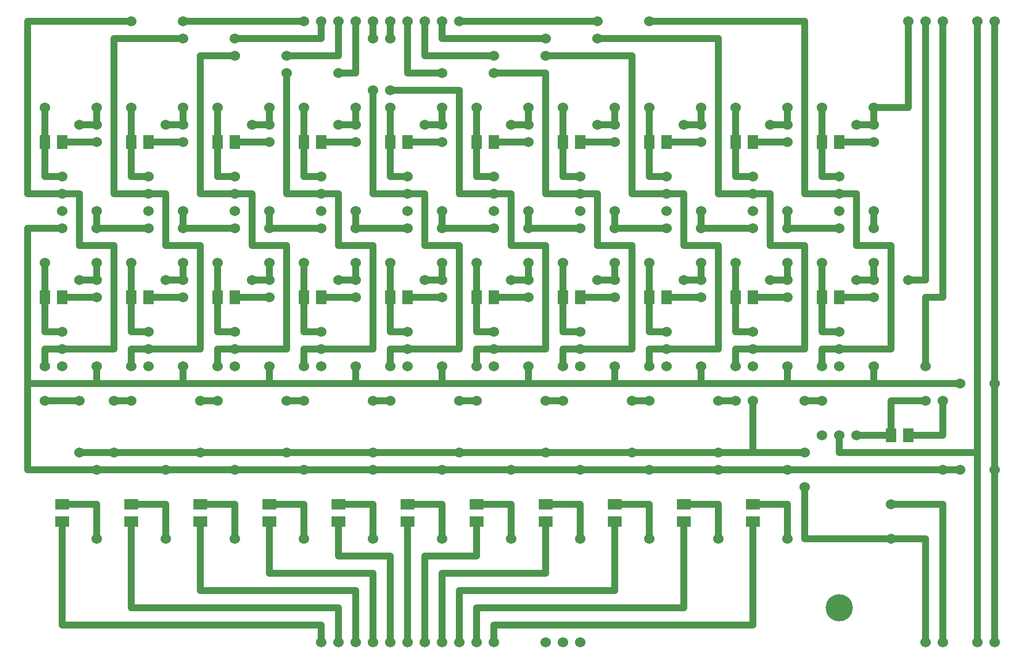
<source format=gbr>
G04 DesignSpark PCB Gerber Version 9.0 Build 5115 *
%FSLAX35Y35*%
%MOIN*%
%ADD70R,0.06000X0.08000*%
%ADD29C,0.03937*%
%ADD10C,0.06000*%
%ADD19R,0.08000X0.06000*%
%ADD73C,0.15748*%
X0Y0D02*
D02*
D10*
X27022Y158596D03*
Y178596D03*
Y238596D03*
Y328596D03*
X37022Y178596D03*
Y188596D03*
Y198596D03*
Y258596D03*
Y268596D03*
Y278596D03*
Y288596D03*
X47022Y128596D03*
Y158596D03*
Y228596D03*
Y318596D03*
X57022Y78596D03*
Y118596D03*
Y178596D03*
Y218596D03*
Y228596D03*
Y238596D03*
Y258596D03*
Y268596D03*
Y308596D03*
Y318596D03*
Y328596D03*
X67022Y128596D03*
Y158596D03*
X77022D03*
Y178596D03*
Y238596D03*
Y328596D03*
Y378596D03*
X87022Y178596D03*
Y188596D03*
Y198596D03*
Y258596D03*
Y268596D03*
Y278596D03*
Y288596D03*
X97022Y78596D03*
Y118596D03*
Y228596D03*
Y318596D03*
X107022Y178596D03*
Y218596D03*
Y228596D03*
Y238596D03*
Y258596D03*
Y268596D03*
Y308596D03*
Y318596D03*
Y328596D03*
Y368596D03*
Y378596D03*
X117022Y128596D03*
Y158596D03*
X127022D03*
Y178596D03*
Y238596D03*
Y328596D03*
X137022Y78596D03*
Y118596D03*
Y178596D03*
Y188596D03*
Y198596D03*
Y258596D03*
Y268596D03*
Y278596D03*
Y288596D03*
Y358596D03*
Y368596D03*
X147022Y228596D03*
Y318596D03*
X157022Y178596D03*
Y218596D03*
Y228596D03*
Y238596D03*
Y258596D03*
Y268596D03*
Y308596D03*
Y318596D03*
Y328596D03*
X167022Y128596D03*
Y158596D03*
Y348596D03*
Y358596D03*
X177022Y78596D03*
Y118596D03*
Y158596D03*
Y178596D03*
Y238596D03*
Y328596D03*
Y378596D03*
X187022Y18596D03*
Y178596D03*
Y188596D03*
Y198596D03*
Y258596D03*
Y268596D03*
Y278596D03*
Y288596D03*
Y378596D03*
X197022Y18596D03*
Y228596D03*
Y318596D03*
Y348596D03*
Y378596D03*
X207022Y18596D03*
Y178596D03*
Y218596D03*
Y228596D03*
Y238596D03*
Y258596D03*
Y268596D03*
Y308596D03*
Y318596D03*
Y328596D03*
Y378596D03*
X217022Y18596D03*
Y78596D03*
Y118596D03*
Y128596D03*
Y158596D03*
Y338596D03*
Y368596D03*
Y378596D03*
X227022Y18596D03*
Y158596D03*
Y178596D03*
Y238596D03*
Y328596D03*
Y338596D03*
Y368596D03*
Y378596D03*
X237022Y18596D03*
Y178596D03*
Y188596D03*
Y198596D03*
Y258596D03*
Y268596D03*
Y278596D03*
Y288596D03*
Y378596D03*
X247022Y18596D03*
Y228596D03*
Y318596D03*
Y378596D03*
X257022Y18596D03*
Y78596D03*
Y118596D03*
Y178596D03*
Y218596D03*
Y228596D03*
Y238596D03*
Y258596D03*
Y268596D03*
Y308596D03*
Y318596D03*
Y328596D03*
Y348596D03*
Y378596D03*
X267022Y18596D03*
Y128596D03*
Y158596D03*
Y378596D03*
X277022Y18596D03*
Y158596D03*
Y178596D03*
Y238596D03*
Y328596D03*
X287022Y18596D03*
Y178596D03*
Y188596D03*
Y198596D03*
Y258596D03*
Y268596D03*
Y278596D03*
Y288596D03*
Y348596D03*
Y358596D03*
X297022Y78596D03*
Y118596D03*
Y228596D03*
Y318596D03*
X307022Y178596D03*
Y218596D03*
Y228596D03*
Y238596D03*
Y258596D03*
Y268596D03*
Y308596D03*
Y318596D03*
Y328596D03*
X317022Y18596D03*
Y128596D03*
Y158596D03*
Y358596D03*
Y368596D03*
X327022Y18596D03*
Y158596D03*
Y178596D03*
Y238596D03*
Y328596D03*
X337022Y18596D03*
Y78596D03*
Y118596D03*
Y178596D03*
Y188596D03*
Y198596D03*
Y258596D03*
Y268596D03*
Y278596D03*
Y288596D03*
X347022Y228596D03*
Y318596D03*
Y368596D03*
Y378596D03*
X357022Y178596D03*
Y218596D03*
Y228596D03*
Y238596D03*
Y258596D03*
Y268596D03*
Y308596D03*
Y318596D03*
Y328596D03*
X367022Y128596D03*
Y158596D03*
X377022Y78596D03*
Y118596D03*
Y158596D03*
Y178596D03*
Y238596D03*
Y328596D03*
Y378596D03*
X387022Y178596D03*
Y188596D03*
Y198596D03*
Y258596D03*
Y268596D03*
Y278596D03*
Y288596D03*
X397022Y228596D03*
Y318596D03*
X407022Y178596D03*
Y218596D03*
Y228596D03*
Y238596D03*
Y258596D03*
Y268596D03*
Y308596D03*
Y318596D03*
Y328596D03*
X417022Y78596D03*
Y118596D03*
Y128596D03*
Y158596D03*
X427022D03*
Y178596D03*
Y238596D03*
Y328596D03*
X437022Y158596D03*
Y178596D03*
Y188596D03*
Y198596D03*
Y258596D03*
Y268596D03*
Y278596D03*
Y288596D03*
X447022Y228596D03*
Y318596D03*
X457022Y78596D03*
Y118596D03*
Y178596D03*
Y218596D03*
Y228596D03*
Y238596D03*
Y258596D03*
Y268596D03*
Y308596D03*
Y318596D03*
Y328596D03*
X467022Y108596D03*
Y128596D03*
Y158596D03*
X477022Y138596D03*
Y158596D03*
Y178596D03*
Y238596D03*
Y328596D03*
X487022Y138596D03*
Y178596D03*
Y188596D03*
Y198596D03*
Y258596D03*
Y268596D03*
Y278596D03*
Y288596D03*
X497022Y138596D03*
Y228596D03*
Y318596D03*
X507022Y178596D03*
Y218596D03*
Y228596D03*
Y238596D03*
Y258596D03*
Y268596D03*
Y308596D03*
Y318596D03*
Y328596D03*
X517022Y78596D03*
Y98596D03*
X527022Y228596D03*
Y378596D03*
X537022Y18596D03*
Y158596D03*
Y178596D03*
Y378596D03*
X547022Y18596D03*
Y118596D03*
Y158596D03*
Y378596D03*
X557022Y118596D03*
Y168596D03*
X567022Y18596D03*
Y378596D03*
X577022Y18596D03*
Y118596D03*
Y168596D03*
Y378596D03*
D02*
D19*
X37022Y88596D03*
Y98596D03*
X77022Y88596D03*
Y98596D03*
X117022Y88596D03*
Y98596D03*
X157022Y88596D03*
Y98596D03*
X197022Y88596D03*
Y98596D03*
X237022Y88596D03*
Y98596D03*
X277022Y88596D03*
Y98596D03*
X317022Y88596D03*
Y98596D03*
X357022Y88596D03*
Y98596D03*
X397022Y88596D03*
Y98596D03*
X437022Y88596D03*
Y98596D03*
D02*
D70*
X27022Y218596D03*
Y308596D03*
X37022Y218596D03*
Y308596D03*
X77022Y218596D03*
Y308596D03*
X87022Y218596D03*
Y308596D03*
X127022Y218596D03*
Y308596D03*
X137022Y218596D03*
Y308596D03*
X177022Y218596D03*
Y308596D03*
X187022Y218596D03*
Y308596D03*
X227022Y218596D03*
Y308596D03*
X237022Y218596D03*
Y308596D03*
X277022Y218596D03*
Y308596D03*
X287022Y218596D03*
Y308596D03*
X327022Y218596D03*
Y308596D03*
X337022Y218596D03*
Y308596D03*
X377022Y218596D03*
Y308596D03*
X387022Y218596D03*
Y308596D03*
X427022Y218596D03*
Y308596D03*
X437022Y218596D03*
Y308596D03*
X477022Y218596D03*
Y308596D03*
X487022Y218596D03*
Y308596D03*
X517022Y138596D03*
X527022D03*
D02*
D29*
X17022Y168596D02*
Y118596D01*
X57022*
X17022Y168596D02*
X57022D01*
X27022Y178596D02*
Y188596D01*
X37022*
X27022Y218596D02*
Y238596D01*
Y308596D02*
Y328596D01*
X37022Y88596D02*
Y28596D01*
X187022*
Y18596*
X37022Y98596D02*
X57022D01*
Y78596*
X37022Y198596D02*
X27022D01*
Y218596*
X37022D02*
X57022D01*
X37022Y258596D02*
X17022D01*
Y168596*
X37022Y278596D02*
X17022D01*
Y378596*
X77022*
X37022Y278596D02*
X47022D01*
Y248596*
X67022*
Y188596*
X37022*
Y288596D02*
X27022D01*
Y308596*
X37022D02*
X57022D01*
X47022Y128596D02*
X67022D01*
X47022Y158596D02*
X27022D01*
X57022Y118596D02*
X97022D01*
X57022Y168596D02*
X107022D01*
X57022Y178596D02*
Y168596D01*
Y228596D02*
X47022D01*
X57022Y238596D02*
Y228596D01*
Y268596D02*
Y258596D01*
Y318596D02*
X47022D01*
X57022Y328596D02*
Y318596D01*
X67022Y158596D02*
X77022D01*
Y98596D02*
X97022D01*
Y78596*
X77022Y178596D02*
Y188596D01*
X87022*
X77022Y218596D02*
Y238596D01*
Y308596D02*
Y328596D01*
X87022Y188596D02*
X117022D01*
Y248596*
X97022*
Y278596*
X87022*
Y198596D02*
X77022D01*
Y218596*
X87022D02*
X107022D01*
X87022Y258596D02*
X57022D01*
X87022Y278596D02*
X67022D01*
Y368596*
X107022*
X87022Y288596D02*
X77022D01*
Y308596*
X87022D02*
X107022D01*
X97022Y118596D02*
X137022D01*
X97022Y228596D02*
X107022D01*
Y168596D02*
X157022D01*
X107022Y178596D02*
Y168596D01*
Y228596D02*
Y238596D01*
Y258596D02*
X137022D01*
X107022Y268596D02*
Y258596D01*
Y318596D02*
X97022D01*
X107022Y328596D02*
Y318596D01*
X117022Y88596D02*
Y48596D01*
X207022*
Y18596*
X117022Y98596D02*
X137022D01*
Y78596*
X117022Y128596D02*
X67022D01*
X117022Y158596D02*
X127022D01*
Y178596D02*
Y188596D01*
X137022*
X127022Y218596D02*
Y238596D01*
Y308596D02*
Y328596D01*
X137022Y118596D02*
X177022D01*
X137022Y198596D02*
X127022D01*
Y218596*
X137022D02*
X157022D01*
X137022Y278596D02*
X117022D01*
Y358596*
X137022*
Y278596D02*
X147022D01*
Y248596*
X167022*
Y188596*
X137022*
Y288596D02*
X127022D01*
Y308596*
X137022D02*
X157022D01*
X147022Y228596D02*
X157022D01*
X147022Y318596D02*
X157022D01*
Y98596D02*
X177022D01*
Y78596*
X157022Y168596D02*
X207022D01*
X157022Y178596D02*
Y168596D01*
Y228596D02*
Y238596D01*
Y258596D02*
X187022D01*
X157022Y268596D02*
Y258596D01*
Y328596D02*
Y318596D01*
X167022Y128596D02*
X117022D01*
X167022Y158596D02*
X177022D01*
Y118596D02*
X217022D01*
X177022Y178596D02*
Y188596D01*
X187022*
X177022Y218596D02*
Y238596D01*
Y308596D02*
Y328596D01*
Y378596D02*
X107022D01*
X187022Y188596D02*
X217022D01*
Y248596*
X197022*
Y278596*
X187022*
Y198596D02*
X177022D01*
Y218596*
X187022D02*
X207022D01*
X187022Y278596D02*
X167022D01*
Y348596*
X187022Y288596D02*
X177022D01*
Y308596*
X187022D02*
X207022D01*
X187022Y378596D02*
Y368596D01*
X137022*
X197022Y18596D02*
Y38596D01*
X77022*
Y88596*
X197022Y98596D02*
X217022D01*
Y78596*
X197022Y228596D02*
X207022D01*
X197022Y348596D02*
X207022D01*
Y378596*
X197022D02*
Y358596D01*
X167022*
X207022Y168596D02*
X257022D01*
X207022Y178596D02*
Y168596D01*
Y228596D02*
Y238596D01*
Y258596D02*
X237022D01*
X207022Y268596D02*
Y258596D01*
Y318596D02*
X197022D01*
X207022Y328596D02*
Y318596D01*
X217022Y18596D02*
Y58596D01*
X157022*
Y88596*
X217022Y118596D02*
X257022D01*
X217022Y128596D02*
X167022D01*
X217022Y158596D02*
X227022D01*
X217022Y378596D02*
Y368596D01*
X227022Y18596D02*
Y68596D01*
X197022*
Y88596*
X227022Y178596D02*
Y188596D01*
X237022*
X227022Y218596D02*
Y238596D01*
Y308596D02*
Y328596D01*
Y378596D02*
Y368596D01*
X237022Y88596D02*
Y18596D01*
Y98596D02*
X257022D01*
Y78596*
X237022Y198596D02*
X227022D01*
Y218596*
X237022D02*
X257022D01*
X237022Y278596D02*
X217022D01*
Y338596*
X237022Y278596D02*
X247022D01*
Y248596*
X267022*
Y188596*
X237022*
Y288596D02*
X227022D01*
Y308596*
X237022D02*
X257022D01*
X237022Y378596D02*
Y348596D01*
X257022*
X247022Y18596D02*
Y68596D01*
X277022*
Y88596*
X247022Y228596D02*
X257022D01*
X247022Y378596D02*
Y358596D01*
X287022*
X257022Y118596D02*
X297022D01*
X257022Y168596D02*
X307022D01*
X257022Y178596D02*
Y168596D01*
Y228596D02*
Y238596D01*
Y258596D02*
X287022D01*
X257022Y268596D02*
Y258596D01*
Y318596D02*
X247022D01*
X257022Y328596D02*
Y318596D01*
Y378596D02*
Y368596D01*
X317022*
X267022Y18596D02*
Y48596D01*
X357022*
Y88596*
X267022Y128596D02*
X217022D01*
X267022Y158596D02*
X277022D01*
X267022Y378596D02*
X347022D01*
X277022Y98596D02*
X297022D01*
Y78596*
X277022Y178596D02*
Y188596D01*
X287022*
X277022Y218596D02*
Y238596D01*
Y308596D02*
Y328596D01*
X287022Y18596D02*
Y28596D01*
X437022*
Y88596*
X287022Y188596D02*
X317022D01*
Y248596*
X297022*
Y278596*
X287022*
Y198596D02*
X277022D01*
Y218596*
X287022D02*
X307022D01*
X287022Y278596D02*
X267022D01*
Y338596*
X227022*
X287022Y288596D02*
X277022D01*
Y308596*
X287022D02*
X307022D01*
X297022Y118596D02*
X337022D01*
X297022Y228596D02*
X307022D01*
Y168596D02*
X357022D01*
X307022Y178596D02*
Y168596D01*
Y228596D02*
Y238596D01*
Y258596D02*
X337022D01*
X307022Y268596D02*
Y258596D01*
Y318596D02*
X297022D01*
X307022Y328596D02*
Y318596D01*
X317022Y88596D02*
Y58596D01*
X257022*
Y18596*
X317022Y98596D02*
X337022D01*
Y78596*
X317022Y128596D02*
X267022D01*
X317022Y158596D02*
X327022D01*
Y178596D02*
Y188596D01*
X337022*
X327022Y218596D02*
Y238596D01*
Y308596D02*
Y328596D01*
X337022Y118596D02*
X377022D01*
X337022Y198596D02*
X327022D01*
Y218596*
X337022D02*
X357022D01*
X337022Y278596D02*
X317022D01*
Y348596*
X287022*
X337022Y278596D02*
X347022D01*
Y248596*
X367022*
Y188596*
X337022*
Y288596D02*
X327022D01*
Y308596*
X337022D02*
X357022D01*
X347022Y228596D02*
X357022D01*
Y98596D02*
X377022D01*
Y78596*
X357022Y168596D02*
X407022D01*
X357022Y178596D02*
Y168596D01*
Y228596D02*
Y238596D01*
Y258596D02*
X387022D01*
X357022Y268596D02*
Y258596D01*
Y318596D02*
X347022D01*
X357022Y328596D02*
Y318596D01*
X367022Y128596D02*
X317022D01*
X367022Y158596D02*
X377022D01*
Y118596D02*
X417022D01*
X377022Y178596D02*
Y188596D01*
X387022*
X377022Y218596D02*
Y238596D01*
Y308596D02*
Y328596D01*
X387022Y188596D02*
X417022D01*
Y248596*
X397022*
Y278596*
X387022*
Y198596D02*
X377022D01*
Y218596*
X387022D02*
X407022D01*
X387022Y278596D02*
X367022D01*
Y358596*
X317022*
X387022Y288596D02*
X377022D01*
Y308596*
X387022D02*
X407022D01*
X397022Y88596D02*
Y38596D01*
X277022*
Y18596*
X397022Y98596D02*
X417022D01*
Y78596*
X397022Y228596D02*
X407022D01*
Y168596D02*
X457022D01*
X407022Y178596D02*
Y168596D01*
Y228596D02*
Y238596D01*
Y258596D02*
X437022D01*
X407022Y268596D02*
Y258596D01*
Y318596D02*
X397022D01*
X407022Y328596D02*
Y318596D01*
X417022Y118596D02*
X457022D01*
X417022Y128596D02*
X367022D01*
X417022Y158596D02*
X427022D01*
Y178596D02*
Y188596D01*
X437022*
X427022Y218596D02*
Y238596D01*
Y308596D02*
Y328596D01*
X437022Y98596D02*
X457022D01*
Y78596*
X437022Y128596D02*
X417022D01*
X437022Y158596D02*
Y128596D01*
Y198596D02*
X427022D01*
Y218596*
X437022D02*
X457022D01*
X437022Y278596D02*
X417022D01*
Y368596*
X347022*
X437022Y278596D02*
X447022D01*
Y248596*
X467022*
Y188596*
X437022*
Y288596D02*
X427022D01*
Y308596*
X437022D02*
X457022D01*
X447022Y228596D02*
X457022D01*
Y118596D02*
X547022D01*
X457022Y168596D02*
X507022D01*
X457022Y178596D02*
Y168596D01*
Y228596D02*
Y238596D01*
Y258596D02*
X487022D01*
X457022Y268596D02*
Y258596D01*
Y318596D02*
X447022D01*
X457022Y328596D02*
Y318596D01*
X467022Y128596D02*
X437022D01*
X467022Y158596D02*
X477022D01*
Y178596D02*
Y188596D01*
X487022*
X477022Y218596D02*
Y238596D01*
Y308596D02*
Y328596D01*
X487022Y138596D02*
Y128596D01*
X567022*
X487022Y188596D02*
X517022D01*
Y248596*
X497022*
Y278596*
X487022*
Y198596D02*
X477022D01*
Y218596*
X487022D02*
X507022D01*
X487022Y278596D02*
X467022D01*
Y378596*
X377022*
X487022Y288596D02*
X477022D01*
Y308596*
X487022D02*
X507022D01*
X497022Y138596D02*
X517022D01*
X497022Y228596D02*
X507022D01*
Y168596D02*
X557022D01*
X507022Y178596D02*
Y168596D01*
Y228596D02*
Y238596D01*
Y268596D02*
Y258596D01*
Y318596D02*
X497022D01*
X507022Y328596D02*
X527022D01*
Y378596*
X507022Y328596D02*
Y318596D01*
X517022Y78596D02*
X467022D01*
Y108596*
X517022Y78596D02*
X537022D01*
Y18596*
X517022Y138596D02*
Y158596D01*
X537022*
X527022Y138596D02*
X547022D01*
Y158596*
X537022Y178596D02*
Y218596D01*
X547022*
Y378596*
X537022D02*
Y228596D01*
X527022*
X547022Y18596D02*
Y98596D01*
X517022*
X547022Y118596D02*
X557022D01*
X567022Y128596D02*
Y18596D01*
Y378596D02*
Y128596D01*
X577022Y18596D02*
Y118596D01*
Y168596*
Y378596*
D02*
D73*
X487022Y38596D03*
X0Y0D02*
M02*

</source>
